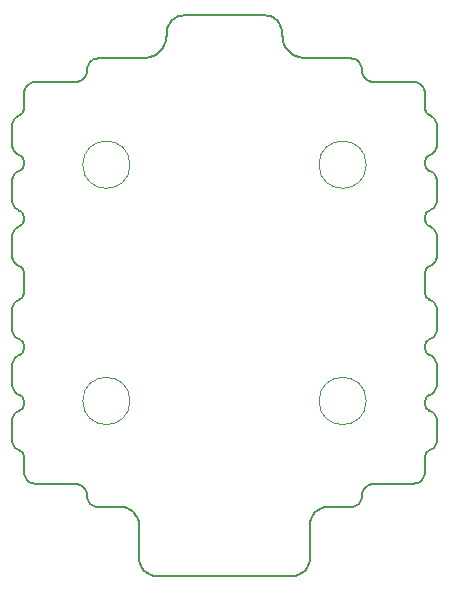
<source format=gbr>
%TF.GenerationSoftware,KiCad,Pcbnew,7.0.4*%
%TF.CreationDate,2023-05-25T14:45:12+03:00*%
%TF.ProjectId,fpv_findland_esc,6670765f-6669-46e6-946c-616e645f6573,Rev_0.2*%
%TF.SameCoordinates,Original*%
%TF.FileFunction,Profile,NP*%
%FSLAX46Y46*%
G04 Gerber Fmt 4.6, Leading zero omitted, Abs format (unit mm)*
G04 Created by KiCad (PCBNEW 7.0.4) date 2023-05-25 14:45:12*
%MOMM*%
%LPD*%
G01*
G04 APERTURE LIST*
%TA.AperFunction,Profile*%
%ADD10C,0.200000*%
%TD*%
%TA.AperFunction,Profile*%
%ADD11C,0.100000*%
%TD*%
G04 APERTURE END LIST*
D10*
X142400000Y-56000000D02*
X142115370Y-55979643D01*
X117944430Y-84381470D02*
X118117317Y-84473880D01*
X117792893Y-61042893D02*
X117668530Y-61194430D01*
X128536475Y-99181678D02*
X128689340Y-99360660D01*
X123681470Y-92444430D02*
X123773880Y-92617317D01*
X152854854Y-89182305D02*
G75*
G03*
X152500000Y-89660791I145046J-478395D01*
G01*
X117792893Y-68657107D02*
X117944430Y-68781470D01*
X151500000Y-92000000D02*
X151695090Y-91980785D01*
X123405570Y-57831470D02*
X123232683Y-57923880D01*
X153480785Y-63445090D02*
X153500000Y-63250000D01*
X153423880Y-61367317D02*
X153331470Y-61194430D01*
X153207107Y-88957107D02*
X153331470Y-88805570D01*
X118944430Y-91831470D02*
X119117317Y-91923880D01*
X141090279Y-55511499D02*
X140888501Y-55309721D01*
X117500000Y-66450000D02*
X117500000Y-67950000D01*
X118576120Y-58617317D02*
X118519215Y-58804910D01*
X117576120Y-61367317D02*
X117519215Y-61554910D01*
X152854859Y-64182320D02*
X152882683Y-64173880D01*
X153500000Y-63250000D02*
X153500000Y-61750000D01*
X126750000Y-94000000D02*
X126984652Y-94018467D01*
X118499984Y-64660791D02*
G75*
G03*
X118145141Y-64182320I-499884J91D01*
G01*
X129163465Y-55918986D02*
X128884630Y-55979643D01*
X123830785Y-57195090D02*
X123773880Y-57382683D01*
X147767317Y-57923880D02*
X147594430Y-57831470D01*
X153480785Y-77154910D02*
X153423880Y-76967317D01*
X117576120Y-79232683D02*
X117668530Y-79405570D01*
X144015348Y-94018467D02*
X144250000Y-94000000D01*
X153500000Y-82050000D02*
X153480785Y-81854910D01*
X131865348Y-52368467D02*
X131636475Y-52423415D01*
X128176585Y-95036475D02*
X128231533Y-95265348D01*
X117519215Y-88445090D02*
X117576120Y-88632683D01*
X123830785Y-92804910D02*
X123869215Y-93195090D01*
X128086510Y-94819014D02*
X128176585Y-95036475D01*
X130111499Y-55309721D02*
X129909721Y-55511499D01*
X152500000Y-60339209D02*
X152500000Y-59000000D01*
X117944430Y-70318530D02*
X117792893Y-70442893D01*
X117944430Y-60918530D02*
X117792893Y-61042893D01*
X130886475Y-52968322D02*
X130763490Y-53169014D01*
X152055570Y-58168530D02*
X151882683Y-58076120D01*
X117576120Y-66067317D02*
X117519215Y-66254910D01*
X142115370Y-55979643D02*
X141836535Y-55918986D01*
X153055570Y-60918530D02*
X152882683Y-60826120D01*
X123557107Y-92292893D02*
X123681470Y-92444430D01*
X118117317Y-60826120D02*
X117944430Y-60918530D01*
X147073880Y-93382683D02*
X147130785Y-93195090D01*
X147226120Y-92617317D02*
X147318530Y-92444430D01*
X118500079Y-74060791D02*
G75*
G03*
X118145146Y-73582323I-499979J-9D01*
G01*
X153480785Y-81854910D02*
X153423880Y-81667317D01*
X117944430Y-81218530D02*
X117792893Y-81342893D01*
X146857107Y-93707107D02*
X146981470Y-93555570D01*
X153207107Y-61042893D02*
X153055570Y-60918530D01*
X152480785Y-58804910D02*
X152423880Y-58617317D01*
X147442893Y-57707107D02*
X147318530Y-57555570D01*
X147767317Y-92076120D02*
X147954910Y-92019215D01*
X128868322Y-99513525D02*
X129069014Y-99636510D01*
X118792893Y-58292893D02*
X118668530Y-58444430D01*
X153331470Y-79405570D02*
X153423880Y-79232683D01*
X117576120Y-81667317D02*
X117519215Y-81854910D01*
X153480785Y-70954910D02*
X153423880Y-70767317D01*
X118499984Y-89660791D02*
G75*
G03*
X118145141Y-89182320I-499884J91D01*
G01*
X152499991Y-69739209D02*
G75*
G03*
X152854859Y-70217680I500009J9D01*
G01*
X117668530Y-68505570D02*
X117792893Y-68657107D01*
X147594430Y-57831470D02*
X147442893Y-57707107D01*
X146705570Y-56168530D02*
X146532683Y-56076120D01*
X152854865Y-73582318D02*
X152882683Y-73573880D01*
X153331470Y-84105570D02*
X153423880Y-83932683D01*
X143569014Y-94163490D02*
X143786475Y-94073415D01*
X117668530Y-86194430D02*
X117576120Y-86367317D01*
X140236510Y-53169014D02*
X140113525Y-52968322D01*
X141569170Y-55819264D02*
X141318718Y-55682507D01*
X152423880Y-58617317D02*
X152331470Y-58444430D01*
X128250000Y-98300000D02*
X128268467Y-98534652D01*
X144250000Y-94000000D02*
X146150000Y-94000000D01*
X118145131Y-70217648D02*
G75*
G03*
X118500000Y-69739209I-145231J478548D01*
G01*
X118145130Y-81117648D02*
G75*
G03*
X118500000Y-80639209I-145230J478548D01*
G01*
X152854854Y-79782305D02*
G75*
G03*
X152500000Y-80260791I145046J-478395D01*
G01*
X117792893Y-81342893D02*
X117668530Y-81494430D01*
X117668530Y-88805570D02*
X117792893Y-88957107D01*
X152882683Y-64173880D02*
X153055570Y-64081470D01*
X140113525Y-52968322D02*
X139960660Y-52789340D01*
X151882683Y-91923880D02*
X152055570Y-91831470D01*
X123681470Y-57555570D02*
X123557107Y-57707107D01*
X153500000Y-83550000D02*
X153500000Y-82050000D01*
X152854939Y-84482296D02*
X152882683Y-84473880D01*
X117500000Y-78850000D02*
X117519215Y-79045090D01*
X117668530Y-76794430D02*
X117576120Y-76967317D01*
X118500000Y-74060791D02*
X118500000Y-75939209D01*
X129909721Y-55511499D02*
X129681282Y-55682507D01*
X153207107Y-86042893D02*
X153055570Y-85918530D01*
X152207107Y-91707107D02*
X152331470Y-91555570D01*
X152500000Y-75939209D02*
X152500000Y-74060791D01*
X118117317Y-76426120D02*
X117944430Y-76518530D01*
X152423880Y-91382683D02*
X152480785Y-91195090D01*
X118145131Y-85817648D02*
G75*
G03*
X118500000Y-85339209I-145231J478548D01*
G01*
X130763490Y-53169014D02*
X130673415Y-53386475D01*
X129286475Y-99726585D02*
X129515348Y-99781533D01*
X153500000Y-67950000D02*
X153500000Y-66450000D01*
X140717493Y-55081282D02*
X140580736Y-54830830D01*
X117668530Y-63805570D02*
X117792893Y-63957107D01*
X124018530Y-93555570D02*
X124142893Y-93707107D01*
X131636475Y-52423415D02*
X131419014Y-52513490D01*
X117500000Y-82050000D02*
X117500000Y-83550000D01*
X130419264Y-54830830D02*
X130282507Y-55081282D01*
X143036475Y-94618322D02*
X143189340Y-94439340D01*
X153331470Y-65894430D02*
X153207107Y-65742893D01*
X152331470Y-58444430D02*
X152207107Y-58292893D01*
X118500000Y-69360791D02*
X118500000Y-69739209D01*
X118500000Y-59000000D02*
X118500000Y-60339209D01*
X118117317Y-81126120D02*
X117944430Y-81218530D01*
X117668530Y-73205570D02*
X117792893Y-73357107D01*
X147954910Y-92019215D02*
X148150000Y-92000000D01*
X151882683Y-58076120D02*
X151695090Y-58019215D01*
X117792893Y-76642893D02*
X117668530Y-76794430D01*
X146345090Y-93980785D02*
X146532683Y-93923880D01*
X153480785Y-61554910D02*
X153423880Y-61367317D01*
X117576120Y-76967317D02*
X117519215Y-77154910D01*
X146981470Y-93555570D02*
X147073880Y-93382683D01*
X123926120Y-56617317D02*
X123869215Y-56804910D01*
X152854949Y-84482328D02*
G75*
G03*
X152500000Y-84960874I145151J-478572D01*
G01*
X122850000Y-58000000D02*
X119500000Y-58000000D01*
X153055570Y-79681470D02*
X153207107Y-79557107D01*
X153480785Y-72845090D02*
X153500000Y-72650000D01*
X128600000Y-56000000D02*
X124850000Y-56000000D01*
X153500000Y-66450000D02*
X153480785Y-66254910D01*
X118117317Y-64173880D02*
X118145141Y-64182320D01*
X153207107Y-68657107D02*
X153331470Y-68505570D01*
X118117317Y-70226120D02*
X117944430Y-70318530D01*
X147226120Y-57382683D02*
X147169215Y-57195090D01*
X153500000Y-71150000D02*
X153480785Y-70954910D01*
X141930986Y-99636510D02*
X142131678Y-99513525D01*
X127430986Y-94163490D02*
X127631678Y-94286475D01*
X118500000Y-84960874D02*
X118500000Y-85339209D01*
X147130785Y-56804910D02*
X147073880Y-56617317D01*
X142750000Y-98300000D02*
X142750000Y-95500000D01*
X140420357Y-54284630D02*
X140400000Y-54000000D01*
X140381533Y-53615348D02*
X140326585Y-53386475D01*
X119500000Y-92000000D02*
X122850000Y-92000000D01*
X119117317Y-58076120D02*
X118944430Y-58168530D01*
X119117317Y-91923880D02*
X119304910Y-91980785D01*
D11*
X127500000Y-85000000D02*
G75*
G03*
X127500000Y-85000000I-2000000J0D01*
G01*
D10*
X117668530Y-61194430D02*
X117576120Y-61367317D01*
X117519215Y-63445090D02*
X117576120Y-63632683D01*
X147954910Y-57980785D02*
X147767317Y-57923880D01*
X146150000Y-56000000D02*
X142400000Y-56000000D01*
X152882683Y-60826120D02*
X152854859Y-60817680D01*
X117519215Y-70954910D02*
X117500000Y-71150000D01*
X148150000Y-58000000D02*
X147954910Y-57980785D01*
X117576120Y-86367317D02*
X117519215Y-86554910D01*
X153055570Y-64081470D02*
X153207107Y-63957107D01*
X147169215Y-57195090D02*
X147130785Y-56804910D01*
X128231533Y-95265348D02*
X128250000Y-95500000D01*
X117500000Y-71150000D02*
X117500000Y-72650000D01*
X141713525Y-99726585D02*
X141930986Y-99636510D01*
X123557107Y-57707107D02*
X123405570Y-57831470D01*
X153500000Y-86750000D02*
X153480785Y-86554910D01*
X141250000Y-99800000D02*
X141484652Y-99781533D01*
X118117317Y-85826120D02*
X117944430Y-85918530D01*
X140400000Y-54000000D02*
X140400000Y-53850000D01*
X118145141Y-70217680D02*
X118117317Y-70226120D01*
X118519215Y-91195090D02*
X118576120Y-91382683D01*
X117792893Y-88957107D02*
X117944430Y-89081470D01*
X128323415Y-98763525D02*
X128413490Y-98980986D01*
X153331470Y-70594430D02*
X153207107Y-70442893D01*
X117944430Y-76518530D02*
X117792893Y-76642893D01*
X118500000Y-91000000D02*
X118519215Y-91195090D01*
X153207107Y-76642893D02*
X153055570Y-76518530D01*
X117576120Y-68332683D02*
X117668530Y-68505570D01*
X117576120Y-88632683D02*
X117668530Y-88805570D01*
X153055570Y-81218530D02*
X152882683Y-81126120D01*
X153480785Y-83745090D02*
X153500000Y-83550000D01*
X118576120Y-91382683D02*
X118668530Y-91555570D01*
X124018530Y-56444430D02*
X123926120Y-56617317D01*
X152500000Y-59000000D02*
X152480785Y-58804910D01*
X143368322Y-94286475D02*
X143569014Y-94163490D01*
X153500000Y-77350000D02*
X153480785Y-77154910D01*
X118117317Y-73573880D02*
X118145146Y-73582322D01*
X118117317Y-84473880D02*
X118145061Y-84482296D01*
X117668530Y-70594430D02*
X117576120Y-70767317D01*
X153055570Y-65618530D02*
X152882683Y-65526120D01*
X117668530Y-81494430D02*
X117576120Y-81667317D01*
X118145131Y-76417683D02*
X118117317Y-76426120D01*
X117500000Y-77350000D02*
X117500000Y-78850000D01*
X132100000Y-52350000D02*
X131865348Y-52368467D01*
X127963525Y-94618322D02*
X128086510Y-94819014D01*
X118519215Y-58804910D02*
X118500000Y-59000000D01*
X118500000Y-80260791D02*
X118500000Y-80639209D01*
X153480785Y-68145090D02*
X153500000Y-67950000D01*
X147169215Y-92804910D02*
X147226120Y-92617317D01*
X129069014Y-99636510D02*
X129286475Y-99726585D01*
X153423880Y-66067317D02*
X153331470Y-65894430D01*
X130673415Y-53386475D02*
X130618467Y-53615348D01*
X151695090Y-91980785D02*
X151882683Y-91923880D01*
X153331470Y-61194430D02*
X153207107Y-61042893D01*
X117944430Y-89081470D02*
X118117317Y-89173880D01*
X117944430Y-73481470D02*
X118117317Y-73573880D01*
X117944430Y-85918530D02*
X117792893Y-86042893D01*
X152854855Y-68882305D02*
G75*
G03*
X152500000Y-69360791I145045J-478395D01*
G01*
X117519215Y-81854910D02*
X117500000Y-82050000D01*
X117519215Y-79045090D02*
X117576120Y-79232683D01*
X123869215Y-93195090D02*
X123926120Y-93382683D01*
X117519215Y-83745090D02*
X117576120Y-83932683D01*
X117576120Y-70767317D02*
X117519215Y-70954910D01*
X152882683Y-70226120D02*
X152854859Y-70217680D01*
X117792893Y-73357107D02*
X117944430Y-73481470D01*
X118145140Y-81117680D02*
X118117317Y-81126120D01*
X123869215Y-56804910D02*
X123830785Y-57195090D01*
X153207107Y-73357107D02*
X153331470Y-73205570D01*
X139960660Y-52789340D02*
X139781678Y-52636475D01*
X124294430Y-93831470D02*
X124467317Y-93923880D01*
X141484652Y-99781533D02*
X141713525Y-99726585D01*
X128413490Y-98980986D02*
X128536475Y-99181678D01*
X152882683Y-85826120D02*
X152854859Y-85817680D01*
X140481014Y-54563465D02*
X140420357Y-54284630D01*
X117792893Y-79557107D02*
X117944430Y-79681470D01*
X153423880Y-81667317D02*
X153331470Y-81494430D01*
X118117317Y-68873880D02*
X118145140Y-68882320D01*
X153423880Y-88632683D02*
X153480785Y-88445090D01*
X152055570Y-91831470D02*
X152207107Y-91707107D01*
X124467317Y-56076120D02*
X124294430Y-56168530D01*
X143786475Y-94073415D02*
X144015348Y-94018467D01*
X153423880Y-79232683D02*
X153480785Y-79045090D01*
X139580986Y-52513490D02*
X139363525Y-52423415D01*
X147594430Y-92168530D02*
X147767317Y-92076120D01*
X127810660Y-94439340D02*
X127963525Y-94618322D01*
X153055570Y-68781470D02*
X153207107Y-68657107D01*
D11*
X147500000Y-65000000D02*
G75*
G03*
X147500000Y-65000000I-2000000J0D01*
G01*
D10*
X152882683Y-79773880D02*
X153055570Y-79681470D01*
X153207107Y-65742893D02*
X153055570Y-65618530D01*
X153207107Y-63957107D02*
X153331470Y-63805570D01*
X123773880Y-57382683D02*
X123681470Y-57555570D01*
X142823415Y-95036475D02*
X142913490Y-94819014D01*
X152854859Y-79782320D02*
X152882683Y-79773880D01*
X152500000Y-65039126D02*
X152500000Y-64660791D01*
X118117317Y-65526120D02*
X117944430Y-65618530D01*
X117500000Y-63250000D02*
X117519215Y-63445090D01*
X152854859Y-89182320D02*
X152882683Y-89173880D01*
X153207107Y-81342893D02*
X153055570Y-81218530D01*
X118792893Y-91707107D02*
X118944430Y-91831470D01*
X124850000Y-56000000D02*
X124654910Y-56019215D01*
X146345090Y-56019215D02*
X146150000Y-56000000D01*
X153480785Y-66254910D02*
X153423880Y-66067317D01*
X117500000Y-67950000D02*
X117519215Y-68145090D01*
X117668530Y-65894430D02*
X117576120Y-66067317D01*
X117500000Y-83550000D02*
X117519215Y-83745090D01*
X153500000Y-78850000D02*
X153500000Y-77350000D01*
X152499991Y-85339209D02*
G75*
G03*
X152854859Y-85817680I500009J9D01*
G01*
X152882683Y-81126120D02*
X152854860Y-81117680D01*
X117500000Y-88250000D02*
X117519215Y-88445090D01*
X153331470Y-73205570D02*
X153423880Y-73032683D01*
X152854854Y-64182305D02*
G75*
G03*
X152500000Y-64660791I145046J-478395D01*
G01*
X153331470Y-81494430D02*
X153207107Y-81342893D01*
X118500000Y-64660791D02*
X118500000Y-65039126D01*
X117519215Y-77154910D02*
X117500000Y-77350000D01*
X153500000Y-61750000D02*
X153480785Y-61554910D01*
X153331470Y-68505570D02*
X153423880Y-68332683D01*
X119500000Y-58000000D02*
X119304910Y-58019215D01*
X153423880Y-70767317D02*
X153331470Y-70594430D01*
X147318530Y-57555570D02*
X147226120Y-57382683D01*
X152499992Y-75939209D02*
G75*
G03*
X152854871Y-76417683I500008J9D01*
G01*
X130600000Y-54000000D02*
X130579643Y-54284630D01*
X152854860Y-68882320D02*
X152882683Y-68873880D01*
X142768467Y-95265348D02*
X142823415Y-95036475D01*
X140580736Y-54830830D02*
X140481014Y-54563465D01*
X123045090Y-57980785D02*
X122850000Y-58000000D01*
X153480785Y-79045090D02*
X153500000Y-78850000D01*
X153500000Y-72650000D02*
X153500000Y-71150000D01*
X151695090Y-58019215D02*
X151500000Y-58000000D01*
X128884630Y-55979643D02*
X128600000Y-56000000D01*
D11*
X127500000Y-65000000D02*
G75*
G03*
X127500000Y-65000000I-2000000J0D01*
G01*
D10*
X131218322Y-52636475D02*
X131039340Y-52789340D01*
X153331470Y-88805570D02*
X153423880Y-88632683D01*
X124142893Y-56292893D02*
X124018530Y-56444430D01*
X138900000Y-52350000D02*
X132100000Y-52350000D01*
X117500000Y-72650000D02*
X117519215Y-72845090D01*
X140400000Y-53850000D02*
X140381533Y-53615348D01*
X131419014Y-52513490D02*
X131218322Y-52636475D01*
X153055570Y-73481470D02*
X153207107Y-73357107D01*
X153331470Y-63805570D02*
X153423880Y-63632683D01*
X129681282Y-55682507D02*
X129430830Y-55819264D01*
X153423880Y-68332683D02*
X153480785Y-68145090D01*
X118145141Y-85817680D02*
X118117317Y-85826120D01*
X152207107Y-58292893D02*
X152055570Y-58168530D01*
X124654910Y-93980785D02*
X124850000Y-94000000D01*
X129430830Y-55819264D02*
X129163465Y-55918986D01*
X117668530Y-79405570D02*
X117792893Y-79557107D01*
X140888501Y-55309721D02*
X140717493Y-55081282D01*
X148150000Y-92000000D02*
X151500000Y-92000000D01*
X140326585Y-53386475D02*
X140236510Y-53169014D01*
X139781678Y-52636475D02*
X139580986Y-52513490D01*
X142913490Y-94819014D02*
X143036475Y-94618322D01*
X118145131Y-60817648D02*
G75*
G03*
X118500000Y-60339209I-145231J478548D01*
G01*
X153423880Y-76967317D02*
X153331470Y-76794430D01*
X153055570Y-84381470D02*
X153207107Y-84257107D01*
X118500079Y-69360791D02*
G75*
G03*
X118145140Y-68882321I-499979J-9D01*
G01*
X152882683Y-84473880D02*
X153055570Y-84381470D01*
X117792893Y-70442893D02*
X117668530Y-70594430D01*
X123045090Y-92019215D02*
X123232683Y-92076120D01*
X118117317Y-89173880D02*
X118145141Y-89182320D01*
X130618467Y-53615348D02*
X130600000Y-53850000D01*
X152882683Y-68873880D02*
X153055570Y-68781470D01*
X153055570Y-85918530D02*
X152882683Y-85826120D01*
X152854860Y-73582303D02*
G75*
G03*
X152500000Y-74060791I145040J-478397D01*
G01*
X152500000Y-80639209D02*
X152500000Y-80260791D01*
X153207107Y-84257107D02*
X153331470Y-84105570D01*
X117668530Y-84105570D02*
X117792893Y-84257107D01*
X119304910Y-91980785D02*
X119500000Y-92000000D01*
X141836535Y-55918986D02*
X141569170Y-55819264D01*
X118145121Y-76417651D02*
G75*
G03*
X118500000Y-75939209I-145221J478551D01*
G01*
X117576120Y-73032683D02*
X117668530Y-73205570D01*
X124654910Y-56019215D02*
X124467317Y-56076120D01*
X123232683Y-92076120D02*
X123405570Y-92168530D01*
X146150000Y-94000000D02*
X146345090Y-93980785D01*
X143189340Y-94439340D02*
X143368322Y-94286475D01*
X117576120Y-83932683D02*
X117668530Y-84105570D01*
X124467317Y-93923880D02*
X124654910Y-93980785D01*
X153500000Y-88250000D02*
X153500000Y-86750000D01*
X153423880Y-73032683D02*
X153480785Y-72845090D01*
X152499991Y-60339209D02*
G75*
G03*
X152854859Y-60817680I500009J9D01*
G01*
X117519215Y-61554910D02*
X117500000Y-61750000D01*
X124294430Y-56168530D02*
X124142893Y-56292893D01*
X117792893Y-63957107D02*
X117944430Y-64081470D01*
X130600000Y-53850000D02*
X130600000Y-54000000D01*
X119304910Y-58019215D02*
X119117317Y-58076120D01*
X117944430Y-65618530D02*
X117792893Y-65742893D01*
X118499984Y-80260791D02*
G75*
G03*
X118145141Y-79782320I-499884J91D01*
G01*
X117944430Y-79681470D02*
X118117317Y-79773880D01*
X126984652Y-94018467D02*
X127213525Y-94073415D01*
X153423880Y-86367317D02*
X153331470Y-86194430D01*
X118145061Y-65517704D02*
X118117317Y-65526120D01*
X142310660Y-99360660D02*
X142463525Y-99181678D01*
X147130785Y-93195090D02*
X147169215Y-92804910D01*
X118500008Y-84960874D02*
G75*
G03*
X118145061Y-84482297I-500008J74D01*
G01*
X124142893Y-93707107D02*
X124294430Y-93831470D01*
X153055570Y-89081470D02*
X153207107Y-88957107D01*
X153480785Y-86554910D02*
X153423880Y-86367317D01*
X118668530Y-91555570D02*
X118792893Y-91707107D01*
X142463525Y-99181678D02*
X142586510Y-98980986D01*
X147073880Y-56617317D02*
X146981470Y-56444430D01*
X139134652Y-52368467D02*
X138900000Y-52350000D01*
X128250000Y-95500000D02*
X128250000Y-98300000D01*
X118145065Y-65517716D02*
G75*
G03*
X118500000Y-65039126I-145365J478716D01*
G01*
X153207107Y-70442893D02*
X153055570Y-70318530D01*
X152500000Y-91000000D02*
X152500000Y-89660791D01*
X142131678Y-99513525D02*
X142310660Y-99360660D01*
X152480785Y-91195090D02*
X152500000Y-91000000D01*
X153423880Y-63632683D02*
X153480785Y-63445090D01*
X118500000Y-89660791D02*
X118500000Y-91000000D01*
X117944430Y-64081470D02*
X118117317Y-64173880D01*
X152499967Y-65039126D02*
G75*
G03*
X152854939Y-65517704I500133J26D01*
G01*
X152882683Y-76426120D02*
X152854871Y-76417683D01*
X147318530Y-92444430D02*
X147442893Y-92292893D01*
X146857107Y-56292893D02*
X146705570Y-56168530D01*
X117792893Y-84257107D02*
X117944430Y-84381470D01*
X117500000Y-86750000D02*
X117500000Y-88250000D01*
X118668530Y-58444430D02*
X118576120Y-58617317D01*
X123773880Y-92617317D02*
X123830785Y-92804910D01*
X142586510Y-98980986D02*
X142676585Y-98763525D01*
X118944430Y-58168530D02*
X118792893Y-58292893D01*
X146532683Y-93923880D02*
X146705570Y-93831470D01*
X153055570Y-70318530D02*
X152882683Y-70226120D01*
X130282507Y-55081282D02*
X130111499Y-55309721D01*
X141318718Y-55682507D02*
X141090279Y-55511499D01*
X117576120Y-63632683D02*
X117668530Y-63805570D01*
X152882683Y-73573880D02*
X153055570Y-73481470D01*
X117519215Y-68145090D02*
X117576120Y-68332683D01*
X122850000Y-92000000D02*
X123045090Y-92019215D01*
X128268467Y-98534652D02*
X128323415Y-98763525D01*
X153331470Y-86194430D02*
X153207107Y-86042893D01*
X152500000Y-85339209D02*
X152500000Y-84960874D01*
X146705570Y-93831470D02*
X146857107Y-93707107D01*
X117500000Y-61750000D02*
X117500000Y-63250000D01*
X131039340Y-52789340D02*
X130886475Y-52968322D01*
X146981470Y-56444430D02*
X146857107Y-56292893D01*
X117792893Y-65742893D02*
X117668530Y-65894430D01*
X153423880Y-83932683D02*
X153480785Y-83745090D01*
X117944430Y-68781470D02*
X118117317Y-68873880D01*
X117519215Y-86554910D02*
X117500000Y-86750000D01*
X117792893Y-86042893D02*
X117668530Y-86194430D01*
X142750000Y-95500000D02*
X142768467Y-95265348D01*
X153480785Y-88445090D02*
X153500000Y-88250000D01*
X146532683Y-56076120D02*
X146345090Y-56019215D01*
X151500000Y-58000000D02*
X148150000Y-58000000D01*
X123926120Y-93382683D02*
X124018530Y-93555570D01*
X147442893Y-92292893D02*
X147594430Y-92168530D01*
X129515348Y-99781533D02*
X129750000Y-99800000D01*
X142676585Y-98763525D02*
X142731533Y-98534652D01*
X153207107Y-79557107D02*
X153331470Y-79405570D01*
X130579643Y-54284630D02*
X130518986Y-54563465D01*
X123405570Y-92168530D02*
X123557107Y-92292893D01*
D11*
X147500000Y-85000000D02*
G75*
G03*
X147500000Y-85000000I-2000000J0D01*
G01*
D10*
X129750000Y-99800000D02*
X141250000Y-99800000D01*
X124850000Y-94000000D02*
X126750000Y-94000000D01*
X153331470Y-76794430D02*
X153207107Y-76642893D01*
X130518986Y-54563465D02*
X130419264Y-54830830D01*
X123232683Y-57923880D02*
X123045090Y-57980785D01*
X117519215Y-72845090D02*
X117576120Y-73032683D01*
X142731533Y-98534652D02*
X142750000Y-98300000D01*
X152500000Y-69739209D02*
X152500000Y-69360791D01*
X153055570Y-76518530D02*
X152882683Y-76426120D01*
X117519215Y-66254910D02*
X117500000Y-66450000D01*
X152499992Y-80639209D02*
G75*
G03*
X152854860Y-81117679I500008J9D01*
G01*
X118117317Y-79773880D02*
X118145141Y-79782320D01*
X152882683Y-65526120D02*
X152854939Y-65517704D01*
X152331470Y-91555570D02*
X152423880Y-91382683D01*
X139363525Y-52423415D02*
X139134652Y-52368467D01*
X127631678Y-94286475D02*
X127810660Y-94439340D01*
X152882683Y-89173880D02*
X153055570Y-89081470D01*
X128689340Y-99360660D02*
X128868322Y-99513525D01*
X127213525Y-94073415D02*
X127430986Y-94163490D01*
X118145141Y-60817680D02*
X118117317Y-60826120D01*
M02*

</source>
